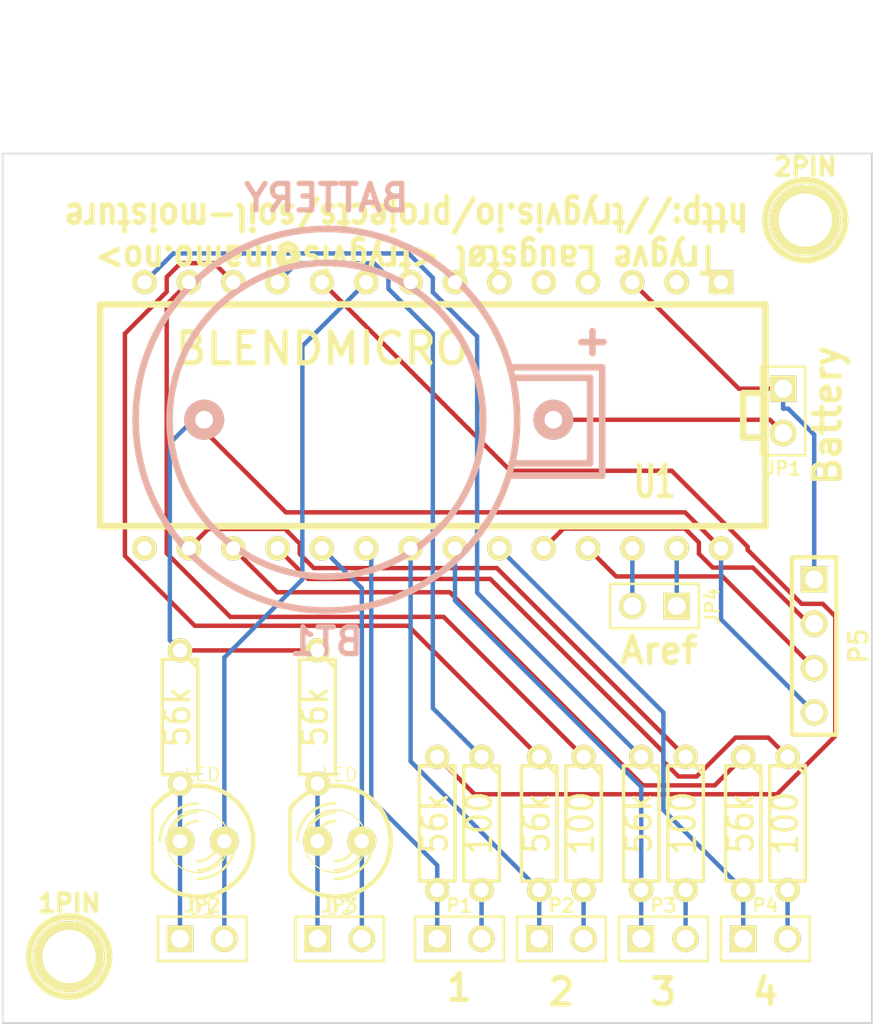
<source format=kicad_pcb>
(kicad_pcb (version 3) (host pcbnew "(22-Jun-2014 BZR 4027)-stable")

  (general
    (links 39)
    (no_connects 0)
    (area 82.901954 71.064001 148.894286 129.336001)
    (thickness 1.6)
    (drawings 12)
    (tracks 124)
    (zones 0)
    (modules 25)
    (nets 28)
  )

  (page A3)
  (layers
    (15 F.Cu signal)
    (0 B.Cu signal)
    (16 B.Adhes user)
    (17 F.Adhes user)
    (18 B.Paste user)
    (19 F.Paste user)
    (20 B.SilkS user)
    (21 F.SilkS user)
    (22 B.Mask user)
    (23 F.Mask user)
    (24 Dwgs.User user)
    (25 Cmts.User user)
    (26 Eco1.User user)
    (27 Eco2.User user)
    (28 Edge.Cuts user)
  )

  (setup
    (last_trace_width 0.254)
    (trace_clearance 0.254)
    (zone_clearance 0.508)
    (zone_45_only no)
    (trace_min 0.254)
    (segment_width 0.2)
    (edge_width 0.1)
    (via_size 0.889)
    (via_drill 0.635)
    (via_min_size 0.889)
    (via_min_drill 0.508)
    (uvia_size 0.508)
    (uvia_drill 0.127)
    (uvias_allowed no)
    (uvia_min_size 0.508)
    (uvia_min_drill 0.127)
    (pcb_text_width 0.3)
    (pcb_text_size 1.5 1.5)
    (mod_edge_width 0.15)
    (mod_text_size 1 1)
    (mod_text_width 0.15)
    (pad_size 4.064 4.064)
    (pad_drill 3.048)
    (pad_to_mask_clearance 0)
    (aux_axis_origin 97.536 129.286)
    (visible_elements FFFFFFBF)
    (pcbplotparams
      (layerselection 284196865)
      (usegerberextensions true)
      (excludeedgelayer true)
      (linewidth 0.150000)
      (plotframeref false)
      (viasonmask false)
      (mode 1)
      (useauxorigin false)
      (hpglpennumber 1)
      (hpglpenspeed 20)
      (hpglpendiameter 15)
      (hpglpenoverlay 2)
      (psnegative false)
      (psa4output false)
      (plotreference true)
      (plotvalue true)
      (plotothertext true)
      (plotinvisibletext false)
      (padsonsilk false)
      (subtractmaskfromsilk false)
      (outputformat 1)
      (mirror false)
      (drillshape 0)
      (scaleselection 1)
      (outputdirectory ""))
  )

  (net 0 "")
  (net 1 +3.3V)
  (net 2 GND)
  (net 3 N-000001)
  (net 4 N-0000010)
  (net 5 N-0000011)
  (net 6 N-0000012)
  (net 7 N-0000013)
  (net 8 N-0000014)
  (net 9 N-0000015)
  (net 10 N-0000016)
  (net 11 N-0000017)
  (net 12 N-0000019)
  (net 13 N-000002)
  (net 14 N-0000020)
  (net 15 N-0000021)
  (net 16 N-0000022)
  (net 17 N-000003)
  (net 18 N-0000030)
  (net 19 N-0000031)
  (net 20 N-0000032)
  (net 21 N-0000033)
  (net 22 N-0000034)
  (net 23 N-000004)
  (net 24 N-000005)
  (net 25 N-000006)
  (net 26 N-000007)
  (net 27 N-000008)

  (net_class Default "This is the default net class."
    (clearance 0.254)
    (trace_width 0.254)
    (via_dia 0.889)
    (via_drill 0.635)
    (uvia_dia 0.508)
    (uvia_drill 0.127)
    (add_net "")
    (add_net +3.3V)
    (add_net GND)
    (add_net N-000001)
    (add_net N-0000010)
    (add_net N-0000011)
    (add_net N-0000012)
    (add_net N-0000013)
    (add_net N-0000014)
    (add_net N-0000015)
    (add_net N-0000016)
    (add_net N-0000017)
    (add_net N-0000019)
    (add_net N-000002)
    (add_net N-0000020)
    (add_net N-0000021)
    (add_net N-0000022)
    (add_net N-000003)
    (add_net N-0000030)
    (add_net N-0000031)
    (add_net N-0000032)
    (add_net N-0000033)
    (add_net N-0000034)
    (add_net N-000004)
    (add_net N-000005)
    (add_net N-000006)
    (add_net N-000007)
    (add_net N-000008)
  )

  (module CR2032H (layer B.Cu) (tedit 54B83094) (tstamp 54B80ED4)
    (at 116.078 94.742)
    (path /54AAF32A)
    (fp_text reference BT1 (at 0 12.7) (layer B.SilkS)
      (effects (font (size 1.524 1.524) (thickness 0.3048)) (justify mirror))
    )
    (fp_text value BATTERY (at 0 -12.7) (layer B.SilkS)
      (effects (font (size 1.524 1.524) (thickness 0.3048)) (justify mirror))
    )
    (fp_line (start 10.6 2.5) (end 15.1 2.5) (layer B.SilkS) (width 0.381))
    (fp_line (start 15.1 2.5) (end 15.1 -2.4) (layer B.SilkS) (width 0.381))
    (fp_line (start 15.1 -2.4) (end 10.7 -2.4) (layer B.SilkS) (width 0.381))
    (fp_line (start 15.8 -2.9) (end 15.8 3.2) (layer B.SilkS) (width 0.381))
    (fp_line (start 15.8 3.2) (end 10.5 3.2) (layer B.SilkS) (width 0.381))
    (fp_line (start 10.5 -3) (end 15.8 -3) (layer B.SilkS) (width 0.381))
    (fp_line (start 15.24 -3.81) (end 15.24 -5.08) (layer B.SilkS) (width 0.381))
    (fp_line (start 14.605 -4.445) (end 15.875 -4.445) (layer B.SilkS) (width 0.381))
    (fp_circle (center 0 0) (end -1.27 8.89) (layer B.SilkS) (width 0.381))
    (fp_circle (center 0 0) (end 6.35 -8.89) (layer B.SilkS) (width 0.381))
    (pad 2 thru_hole circle (at -7 0) (size 2.286 2.286) (drill 1.016)
      (layers *.Cu *.Mask B.SilkS)
      (net 2 GND)
    )
    (pad 1 thru_hole circle (at 13 0) (size 2.286 2.286) (drill 1.016)
      (layers *.Cu *.Mask B.SilkS)
      (net 12 N-0000019)
    )
  )

  (module DIP-28__600 (layer F.Cu) (tedit 200000) (tstamp 54AAE8B0)
    (at 122.174 94.488 180)
    (descr "Module Dil 28 pins, pads ronds, e=600 mils")
    (tags DIL)
    (path /54AAEF36)
    (fp_text reference U1 (at -12.7 -3.81 180) (layer F.SilkS)
      (effects (font (size 1.778 1.143) (thickness 0.3048)))
    )
    (fp_text value BLENDMICRO (at 6.35 3.81 180) (layer F.SilkS)
      (effects (font (size 1.778 1.778) (thickness 0.3048)))
    )
    (fp_line (start -19.05 -1.27) (end -19.05 -1.27) (layer F.SilkS) (width 0.381))
    (fp_line (start -19.05 -1.27) (end -17.78 -1.27) (layer F.SilkS) (width 0.381))
    (fp_line (start -17.78 -1.27) (end -17.78 1.27) (layer F.SilkS) (width 0.381))
    (fp_line (start -17.78 1.27) (end -19.05 1.27) (layer F.SilkS) (width 0.381))
    (fp_line (start -19.05 -6.35) (end 19.05 -6.35) (layer F.SilkS) (width 0.381))
    (fp_line (start 19.05 -6.35) (end 19.05 6.35) (layer F.SilkS) (width 0.381))
    (fp_line (start 19.05 6.35) (end -19.05 6.35) (layer F.SilkS) (width 0.381))
    (fp_line (start -19.05 6.35) (end -19.05 -6.35) (layer F.SilkS) (width 0.381))
    (pad 1 thru_hole rect (at -16.51 7.62 180) (size 1.397 1.397) (drill 0.8128)
      (layers *.Cu *.Mask F.SilkS)
    )
    (pad 2 thru_hole circle (at -13.97 7.62 180) (size 1.397 1.397) (drill 0.8128)
      (layers *.Cu *.Mask F.SilkS)
    )
    (pad 3 thru_hole circle (at -11.43 7.62 180) (size 1.397 1.397) (drill 0.8128)
      (layers *.Cu *.Mask F.SilkS)
      (net 1 +3.3V)
    )
    (pad 4 thru_hole circle (at -8.89 7.62 180) (size 1.397 1.397) (drill 0.8128)
      (layers *.Cu *.Mask F.SilkS)
    )
    (pad 5 thru_hole circle (at -6.35 7.62 180) (size 1.397 1.397) (drill 0.8128)
      (layers *.Cu *.Mask F.SilkS)
    )
    (pad 6 thru_hole circle (at -3.81 7.62 180) (size 1.397 1.397) (drill 0.8128)
      (layers *.Cu *.Mask F.SilkS)
    )
    (pad 7 thru_hole circle (at -1.27 7.62 180) (size 1.397 1.397) (drill 0.8128)
      (layers *.Cu *.Mask F.SilkS)
    )
    (pad 8 thru_hole circle (at 1.27 7.62 180) (size 1.397 1.397) (drill 0.8128)
      (layers *.Cu *.Mask F.SilkS)
    )
    (pad 9 thru_hole circle (at 3.81 7.62 180) (size 1.397 1.397) (drill 0.8128)
      (layers *.Cu *.Mask F.SilkS)
      (net 5 N-0000011)
    )
    (pad 10 thru_hole circle (at 6.35 7.62 180) (size 1.397 1.397) (drill 0.8128)
      (layers *.Cu *.Mask F.SilkS)
      (net 17 N-000003)
    )
    (pad 11 thru_hole circle (at 8.89 7.62 180) (size 1.397 1.397) (drill 0.8128)
      (layers *.Cu *.Mask F.SilkS)
      (net 13 N-000002)
    )
    (pad 12 thru_hole circle (at 11.43 7.62 180) (size 1.397 1.397) (drill 0.8128)
      (layers *.Cu *.Mask F.SilkS)
      (net 9 N-0000015)
    )
    (pad 13 thru_hole circle (at 13.97 7.62 180) (size 1.397 1.397) (drill 0.8128)
      (layers *.Cu *.Mask F.SilkS)
      (net 3 N-000001)
    )
    (pad 14 thru_hole circle (at 16.51 7.62 180) (size 1.397 1.397) (drill 0.8128)
      (layers *.Cu *.Mask F.SilkS)
      (net 14 N-0000020)
    )
    (pad 15 thru_hole circle (at 16.51 -7.62 180) (size 1.397 1.397) (drill 0.8128)
      (layers *.Cu *.Mask F.SilkS)
    )
    (pad 16 thru_hole circle (at 13.97 -7.62 180) (size 1.397 1.397) (drill 0.8128)
      (layers *.Cu *.Mask F.SilkS)
      (net 18 N-0000030)
    )
    (pad 17 thru_hole circle (at 11.43 -7.62 180) (size 1.397 1.397) (drill 0.8128)
      (layers *.Cu *.Mask F.SilkS)
      (net 16 N-0000022)
    )
    (pad 18 thru_hole circle (at 8.89 -7.62 180) (size 1.397 1.397) (drill 0.8128)
      (layers *.Cu *.Mask F.SilkS)
      (net 23 N-000004)
    )
    (pad 19 thru_hole circle (at 6.35 -7.62 180) (size 1.397 1.397) (drill 0.8128)
      (layers *.Cu *.Mask F.SilkS)
      (net 7 N-0000013)
    )
    (pad 20 thru_hole circle (at 3.81 -7.62 180) (size 1.397 1.397) (drill 0.8128)
      (layers *.Cu *.Mask F.SilkS)
      (net 22 N-0000034)
    )
    (pad 21 thru_hole circle (at 1.27 -7.62 180) (size 1.397 1.397) (drill 0.8128)
      (layers *.Cu *.Mask F.SilkS)
      (net 10 N-0000016)
    )
    (pad 22 thru_hole circle (at -1.27 -7.62 180) (size 1.397 1.397) (drill 0.8128)
      (layers *.Cu *.Mask F.SilkS)
      (net 20 N-0000032)
    )
    (pad 23 thru_hole circle (at -3.81 -7.62 180) (size 1.397 1.397) (drill 0.8128)
      (layers *.Cu *.Mask F.SilkS)
      (net 19 N-0000031)
    )
    (pad 24 thru_hole circle (at -6.35 -7.62 180) (size 1.397 1.397) (drill 0.8128)
      (layers *.Cu *.Mask F.SilkS)
      (net 25 N-000006)
    )
    (pad 25 thru_hole circle (at -8.89 -7.62 180) (size 1.397 1.397) (drill 0.8128)
      (layers *.Cu *.Mask F.SilkS)
      (net 26 N-000007)
    )
    (pad 26 thru_hole circle (at -11.43 -7.62 180) (size 1.397 1.397) (drill 0.8128)
      (layers *.Cu *.Mask F.SilkS)
      (net 27 N-000008)
    )
    (pad 27 thru_hole circle (at -13.97 -7.62 180) (size 1.397 1.397) (drill 0.8128)
      (layers *.Cu *.Mask F.SilkS)
      (net 8 N-0000014)
    )
    (pad 28 thru_hole circle (at -16.51 -7.62 180) (size 1.397 1.397) (drill 0.8128)
      (layers *.Cu *.Mask F.SilkS)
      (net 2 GND)
    )
    (model dil/dil_28-w600.wrl
      (at (xyz 0 0 0))
      (scale (xyz 1 1 1))
      (rotate (xyz 0 0 0))
    )
  )

  (module R3 (layer F.Cu) (tedit 4E4C0E65) (tstamp 54AAEBFB)
    (at 124.968 117.856 270)
    (descr "Resitance 3 pas")
    (tags R)
    (path /54AD9097)
    (autoplace_cost180 10)
    (fp_text reference R2 (at 0 0.127 270) (layer F.SilkS) hide
      (effects (font (size 1.397 1.27) (thickness 0.2032)))
    )
    (fp_text value 100 (at 0 0.127 270) (layer F.SilkS)
      (effects (font (size 1.397 1.27) (thickness 0.2032)))
    )
    (fp_line (start -3.81 0) (end -3.302 0) (layer F.SilkS) (width 0.2032))
    (fp_line (start 3.81 0) (end 3.302 0) (layer F.SilkS) (width 0.2032))
    (fp_line (start 3.302 0) (end 3.302 -1.016) (layer F.SilkS) (width 0.2032))
    (fp_line (start 3.302 -1.016) (end -3.302 -1.016) (layer F.SilkS) (width 0.2032))
    (fp_line (start -3.302 -1.016) (end -3.302 1.016) (layer F.SilkS) (width 0.2032))
    (fp_line (start -3.302 1.016) (end 3.302 1.016) (layer F.SilkS) (width 0.2032))
    (fp_line (start 3.302 1.016) (end 3.302 0) (layer F.SilkS) (width 0.2032))
    (fp_line (start -3.302 -0.508) (end -2.794 -1.016) (layer F.SilkS) (width 0.2032))
    (pad 1 thru_hole circle (at -3.81 0 270) (size 1.397 1.397) (drill 0.8128)
      (layers *.Cu *.Mask F.SilkS)
      (net 13 N-000002)
    )
    (pad 2 thru_hole circle (at 3.81 0 270) (size 1.397 1.397) (drill 0.8128)
      (layers *.Cu *.Mask F.SilkS)
      (net 21 N-0000033)
    )
    (model discret/resistor.wrl
      (at (xyz 0 0 0))
      (scale (xyz 0.3 0.3 0.3))
      (rotate (xyz 0 0 0))
    )
  )

  (module R3 (layer F.Cu) (tedit 4E4C0E65) (tstamp 54AAEC09)
    (at 122.428 117.856 270)
    (descr "Resitance 3 pas")
    (tags R)
    (path /54AD909D)
    (autoplace_cost180 10)
    (fp_text reference R1 (at 0 0.127 270) (layer F.SilkS) hide
      (effects (font (size 1.397 1.27) (thickness 0.2032)))
    )
    (fp_text value 56k (at 0 0.127 270) (layer F.SilkS)
      (effects (font (size 1.397 1.27) (thickness 0.2032)))
    )
    (fp_line (start -3.81 0) (end -3.302 0) (layer F.SilkS) (width 0.2032))
    (fp_line (start 3.81 0) (end 3.302 0) (layer F.SilkS) (width 0.2032))
    (fp_line (start 3.302 0) (end 3.302 -1.016) (layer F.SilkS) (width 0.2032))
    (fp_line (start 3.302 -1.016) (end -3.302 -1.016) (layer F.SilkS) (width 0.2032))
    (fp_line (start -3.302 -1.016) (end -3.302 1.016) (layer F.SilkS) (width 0.2032))
    (fp_line (start -3.302 1.016) (end 3.302 1.016) (layer F.SilkS) (width 0.2032))
    (fp_line (start 3.302 1.016) (end 3.302 0) (layer F.SilkS) (width 0.2032))
    (fp_line (start -3.302 -0.508) (end -2.794 -1.016) (layer F.SilkS) (width 0.2032))
    (pad 1 thru_hole circle (at -3.81 0 270) (size 1.397 1.397) (drill 0.8128)
      (layers *.Cu *.Mask F.SilkS)
      (net 17 N-000003)
    )
    (pad 2 thru_hole circle (at 3.81 0 270) (size 1.397 1.397) (drill 0.8128)
      (layers *.Cu *.Mask F.SilkS)
      (net 22 N-0000034)
    )
    (model discret/resistor.wrl
      (at (xyz 0 0 0))
      (scale (xyz 0.3 0.3 0.3))
      (rotate (xyz 0 0 0))
    )
  )

  (module PIN_ARRAY_2X1 (layer F.Cu) (tedit 4565C520) (tstamp 54AAEC13)
    (at 123.698 124.46)
    (descr "Connecteurs 2 pins")
    (tags "CONN DEV")
    (path /54AD90A3)
    (fp_text reference P1 (at 0 -1.905) (layer F.SilkS)
      (effects (font (size 0.762 0.762) (thickness 0.1524)))
    )
    (fp_text value CONN_2 (at 0 -1.905) (layer F.SilkS) hide
      (effects (font (size 0.762 0.762) (thickness 0.1524)))
    )
    (fp_line (start -2.54 1.27) (end -2.54 -1.27) (layer F.SilkS) (width 0.1524))
    (fp_line (start -2.54 -1.27) (end 2.54 -1.27) (layer F.SilkS) (width 0.1524))
    (fp_line (start 2.54 -1.27) (end 2.54 1.27) (layer F.SilkS) (width 0.1524))
    (fp_line (start 2.54 1.27) (end -2.54 1.27) (layer F.SilkS) (width 0.1524))
    (pad 1 thru_hole rect (at -1.27 0) (size 1.524 1.524) (drill 1.016)
      (layers *.Cu *.Mask F.SilkS)
      (net 22 N-0000034)
    )
    (pad 2 thru_hole circle (at 1.27 0) (size 1.524 1.524) (drill 1.016)
      (layers *.Cu *.Mask F.SilkS)
      (net 21 N-0000033)
    )
    (model pin_array/pins_array_2x1.wrl
      (at (xyz 0 0 0))
      (scale (xyz 1 1 1))
      (rotate (xyz 0 0 0))
    )
  )

  (module R3 (layer F.Cu) (tedit 4E4C0E65) (tstamp 54AAFBA7)
    (at 130.81 117.856 270)
    (descr "Resitance 3 pas")
    (tags R)
    (path /54AAEF56)
    (autoplace_cost180 10)
    (fp_text reference R4 (at 0 0.127 270) (layer F.SilkS) hide
      (effects (font (size 1.397 1.27) (thickness 0.2032)))
    )
    (fp_text value 100 (at 0 0.127 270) (layer F.SilkS)
      (effects (font (size 1.397 1.27) (thickness 0.2032)))
    )
    (fp_line (start -3.81 0) (end -3.302 0) (layer F.SilkS) (width 0.2032))
    (fp_line (start 3.81 0) (end 3.302 0) (layer F.SilkS) (width 0.2032))
    (fp_line (start 3.302 0) (end 3.302 -1.016) (layer F.SilkS) (width 0.2032))
    (fp_line (start 3.302 -1.016) (end -3.302 -1.016) (layer F.SilkS) (width 0.2032))
    (fp_line (start -3.302 -1.016) (end -3.302 1.016) (layer F.SilkS) (width 0.2032))
    (fp_line (start -3.302 1.016) (end 3.302 1.016) (layer F.SilkS) (width 0.2032))
    (fp_line (start 3.302 1.016) (end 3.302 0) (layer F.SilkS) (width 0.2032))
    (fp_line (start -3.302 -0.508) (end -2.794 -1.016) (layer F.SilkS) (width 0.2032))
    (pad 1 thru_hole circle (at -3.81 0 270) (size 1.397 1.397) (drill 0.8128)
      (layers *.Cu *.Mask F.SilkS)
      (net 3 N-000001)
    )
    (pad 2 thru_hole circle (at 3.81 0 270) (size 1.397 1.397) (drill 0.8128)
      (layers *.Cu *.Mask F.SilkS)
      (net 11 N-0000017)
    )
    (model discret/resistor.wrl
      (at (xyz 0 0 0))
      (scale (xyz 0.3 0.3 0.3))
      (rotate (xyz 0 0 0))
    )
  )

  (module R3 (layer F.Cu) (tedit 4E4C0E65) (tstamp 54AAFBB5)
    (at 128.27 117.856 270)
    (descr "Resitance 3 pas")
    (tags R)
    (path /54AAEF65)
    (autoplace_cost180 10)
    (fp_text reference R3 (at 0 0.127 270) (layer F.SilkS) hide
      (effects (font (size 1.397 1.27) (thickness 0.2032)))
    )
    (fp_text value 56k (at 0 0.127 270) (layer F.SilkS)
      (effects (font (size 1.397 1.27) (thickness 0.2032)))
    )
    (fp_line (start -3.81 0) (end -3.302 0) (layer F.SilkS) (width 0.2032))
    (fp_line (start 3.81 0) (end 3.302 0) (layer F.SilkS) (width 0.2032))
    (fp_line (start 3.302 0) (end 3.302 -1.016) (layer F.SilkS) (width 0.2032))
    (fp_line (start 3.302 -1.016) (end -3.302 -1.016) (layer F.SilkS) (width 0.2032))
    (fp_line (start -3.302 -1.016) (end -3.302 1.016) (layer F.SilkS) (width 0.2032))
    (fp_line (start -3.302 1.016) (end 3.302 1.016) (layer F.SilkS) (width 0.2032))
    (fp_line (start 3.302 1.016) (end 3.302 0) (layer F.SilkS) (width 0.2032))
    (fp_line (start -3.302 -0.508) (end -2.794 -1.016) (layer F.SilkS) (width 0.2032))
    (pad 1 thru_hole circle (at -3.81 0 270) (size 1.397 1.397) (drill 0.8128)
      (layers *.Cu *.Mask F.SilkS)
      (net 9 N-0000015)
    )
    (pad 2 thru_hole circle (at 3.81 0 270) (size 1.397 1.397) (drill 0.8128)
      (layers *.Cu *.Mask F.SilkS)
      (net 10 N-0000016)
    )
    (model discret/resistor.wrl
      (at (xyz 0 0 0))
      (scale (xyz 0.3 0.3 0.3))
      (rotate (xyz 0 0 0))
    )
  )

  (module PIN_ARRAY_2X1 (layer F.Cu) (tedit 54B81F21) (tstamp 54AAFBBF)
    (at 142.24 94.234 270)
    (descr "Connecteurs 2 pins")
    (tags "CONN DEV")
    (path /54AAF39B)
    (fp_text reference JP1 (at 3.302 0 360) (layer F.SilkS)
      (effects (font (size 0.762 0.762) (thickness 0.1524)))
    )
    (fp_text value Battery (at 0 -1.905 270) (layer F.SilkS) hide
      (effects (font (size 0.762 0.762) (thickness 0.1524)))
    )
    (fp_line (start -2.54 1.27) (end -2.54 -1.27) (layer F.SilkS) (width 0.1524))
    (fp_line (start -2.54 -1.27) (end 2.54 -1.27) (layer F.SilkS) (width 0.1524))
    (fp_line (start 2.54 -1.27) (end 2.54 1.27) (layer F.SilkS) (width 0.1524))
    (fp_line (start 2.54 1.27) (end -2.54 1.27) (layer F.SilkS) (width 0.1524))
    (pad 1 thru_hole rect (at -1.27 0 270) (size 1.524 1.524) (drill 1.016)
      (layers *.Cu *.Mask F.SilkS)
      (net 1 +3.3V)
    )
    (pad 2 thru_hole circle (at 1.27 0 270) (size 1.524 1.524) (drill 1.016)
      (layers *.Cu *.Mask F.SilkS)
      (net 12 N-0000019)
    )
    (model pin_array/pins_array_2x1.wrl
      (at (xyz 0 0 0))
      (scale (xyz 1 1 1))
      (rotate (xyz 0 0 0))
    )
  )

  (module PIN_ARRAY_2X1 (layer F.Cu) (tedit 4565C520) (tstamp 54AAFBC9)
    (at 129.54 124.46)
    (descr "Connecteurs 2 pins")
    (tags "CONN DEV")
    (path /54AAEF8F)
    (fp_text reference P2 (at 0 -1.905) (layer F.SilkS)
      (effects (font (size 0.762 0.762) (thickness 0.1524)))
    )
    (fp_text value CONN_2 (at 0 -1.905) (layer F.SilkS) hide
      (effects (font (size 0.762 0.762) (thickness 0.1524)))
    )
    (fp_line (start -2.54 1.27) (end -2.54 -1.27) (layer F.SilkS) (width 0.1524))
    (fp_line (start -2.54 -1.27) (end 2.54 -1.27) (layer F.SilkS) (width 0.1524))
    (fp_line (start 2.54 -1.27) (end 2.54 1.27) (layer F.SilkS) (width 0.1524))
    (fp_line (start 2.54 1.27) (end -2.54 1.27) (layer F.SilkS) (width 0.1524))
    (pad 1 thru_hole rect (at -1.27 0) (size 1.524 1.524) (drill 1.016)
      (layers *.Cu *.Mask F.SilkS)
      (net 10 N-0000016)
    )
    (pad 2 thru_hole circle (at 1.27 0) (size 1.524 1.524) (drill 1.016)
      (layers *.Cu *.Mask F.SilkS)
      (net 11 N-0000017)
    )
    (model pin_array/pins_array_2x1.wrl
      (at (xyz 0 0 0))
      (scale (xyz 1 1 1))
      (rotate (xyz 0 0 0))
    )
  )

  (module 1pin (layer F.Cu) (tedit 200000) (tstamp 54ACC087)
    (at 101.346 125.476)
    (descr "module 1 pin (ou trou mecanique de percage)")
    (tags DEV)
    (path 1pin)
    (fp_text reference 1PIN (at 0 -3.048) (layer F.SilkS)
      (effects (font (size 1.016 1.016) (thickness 0.254)))
    )
    (fp_text value P*** (at 0 2.794) (layer F.SilkS) hide
      (effects (font (size 1.016 1.016) (thickness 0.254)))
    )
    (fp_circle (center 0 0) (end 0 -2.286) (layer F.SilkS) (width 0.381))
    (pad 1 thru_hole circle (at 0 0) (size 4.064 4.064) (drill 3.048)
      (layers *.Cu *.Mask F.SilkS)
    )
  )

  (module R3 (layer F.Cu) (tedit 4E4C0E65) (tstamp 54AD91A2)
    (at 139.954 117.856 270)
    (descr "Resitance 3 pas")
    (tags R)
    (path /54AD9084)
    (autoplace_cost180 10)
    (fp_text reference R8 (at 0 0.127 270) (layer F.SilkS) hide
      (effects (font (size 1.397 1.27) (thickness 0.2032)))
    )
    (fp_text value 56k (at 0 0.127 270) (layer F.SilkS)
      (effects (font (size 1.397 1.27) (thickness 0.2032)))
    )
    (fp_line (start -3.81 0) (end -3.302 0) (layer F.SilkS) (width 0.2032))
    (fp_line (start 3.81 0) (end 3.302 0) (layer F.SilkS) (width 0.2032))
    (fp_line (start 3.302 0) (end 3.302 -1.016) (layer F.SilkS) (width 0.2032))
    (fp_line (start 3.302 -1.016) (end -3.302 -1.016) (layer F.SilkS) (width 0.2032))
    (fp_line (start -3.302 -1.016) (end -3.302 1.016) (layer F.SilkS) (width 0.2032))
    (fp_line (start -3.302 1.016) (end 3.302 1.016) (layer F.SilkS) (width 0.2032))
    (fp_line (start 3.302 1.016) (end 3.302 0) (layer F.SilkS) (width 0.2032))
    (fp_line (start -3.302 -0.508) (end -2.794 -1.016) (layer F.SilkS) (width 0.2032))
    (pad 1 thru_hole circle (at -3.81 0 270) (size 1.397 1.397) (drill 0.8128)
      (layers *.Cu *.Mask F.SilkS)
      (net 16 N-0000022)
    )
    (pad 2 thru_hole circle (at 3.81 0 270) (size 1.397 1.397) (drill 0.8128)
      (layers *.Cu *.Mask F.SilkS)
      (net 19 N-0000031)
    )
    (model discret/resistor.wrl
      (at (xyz 0 0 0))
      (scale (xyz 0.3 0.3 0.3))
      (rotate (xyz 0 0 0))
    )
  )

  (module R3 (layer F.Cu) (tedit 4E4C0E65) (tstamp 54AD91B0)
    (at 107.696 111.76 270)
    (descr "Resitance 3 pas")
    (tags R)
    (path /54B80E75)
    (autoplace_cost180 10)
    (fp_text reference R7 (at 0 0.127 270) (layer F.SilkS) hide
      (effects (font (size 1.397 1.27) (thickness 0.2032)))
    )
    (fp_text value 56k (at 0 0.127 270) (layer F.SilkS)
      (effects (font (size 1.397 1.27) (thickness 0.2032)))
    )
    (fp_line (start -3.81 0) (end -3.302 0) (layer F.SilkS) (width 0.2032))
    (fp_line (start 3.81 0) (end 3.302 0) (layer F.SilkS) (width 0.2032))
    (fp_line (start 3.302 0) (end 3.302 -1.016) (layer F.SilkS) (width 0.2032))
    (fp_line (start 3.302 -1.016) (end -3.302 -1.016) (layer F.SilkS) (width 0.2032))
    (fp_line (start -3.302 -1.016) (end -3.302 1.016) (layer F.SilkS) (width 0.2032))
    (fp_line (start -3.302 1.016) (end 3.302 1.016) (layer F.SilkS) (width 0.2032))
    (fp_line (start 3.302 1.016) (end 3.302 0) (layer F.SilkS) (width 0.2032))
    (fp_line (start -3.302 -0.508) (end -2.794 -1.016) (layer F.SilkS) (width 0.2032))
    (pad 1 thru_hole circle (at -3.81 0 270) (size 1.397 1.397) (drill 0.8128)
      (layers *.Cu *.Mask F.SilkS)
      (net 2 GND)
    )
    (pad 2 thru_hole circle (at 3.81 0 270) (size 1.397 1.397) (drill 0.8128)
      (layers *.Cu *.Mask F.SilkS)
      (net 4 N-0000010)
    )
    (model discret/resistor.wrl
      (at (xyz 0 0 0))
      (scale (xyz 0.3 0.3 0.3))
      (rotate (xyz 0 0 0))
    )
  )

  (module R3 (layer F.Cu) (tedit 4E4C0E65) (tstamp 54AD91BE)
    (at 136.652 117.856 270)
    (descr "Resitance 3 pas")
    (tags R)
    (path /54AAFA5A)
    (autoplace_cost180 10)
    (fp_text reference R6 (at 0 0.127 270) (layer F.SilkS) hide
      (effects (font (size 1.397 1.27) (thickness 0.2032)))
    )
    (fp_text value 100 (at 0 0.127 270) (layer F.SilkS)
      (effects (font (size 1.397 1.27) (thickness 0.2032)))
    )
    (fp_line (start -3.81 0) (end -3.302 0) (layer F.SilkS) (width 0.2032))
    (fp_line (start 3.81 0) (end 3.302 0) (layer F.SilkS) (width 0.2032))
    (fp_line (start 3.302 0) (end 3.302 -1.016) (layer F.SilkS) (width 0.2032))
    (fp_line (start 3.302 -1.016) (end -3.302 -1.016) (layer F.SilkS) (width 0.2032))
    (fp_line (start -3.302 -1.016) (end -3.302 1.016) (layer F.SilkS) (width 0.2032))
    (fp_line (start -3.302 1.016) (end 3.302 1.016) (layer F.SilkS) (width 0.2032))
    (fp_line (start 3.302 1.016) (end 3.302 0) (layer F.SilkS) (width 0.2032))
    (fp_line (start -3.302 -0.508) (end -2.794 -1.016) (layer F.SilkS) (width 0.2032))
    (pad 1 thru_hole circle (at -3.81 0 270) (size 1.397 1.397) (drill 0.8128)
      (layers *.Cu *.Mask F.SilkS)
      (net 18 N-0000030)
    )
    (pad 2 thru_hole circle (at 3.81 0 270) (size 1.397 1.397) (drill 0.8128)
      (layers *.Cu *.Mask F.SilkS)
      (net 15 N-0000021)
    )
    (model discret/resistor.wrl
      (at (xyz 0 0 0))
      (scale (xyz 0.3 0.3 0.3))
      (rotate (xyz 0 0 0))
    )
  )

  (module R3 (layer F.Cu) (tedit 4E4C0E65) (tstamp 54AD91CC)
    (at 134.112 117.856 270)
    (descr "Resitance 3 pas")
    (tags R)
    (path /54AAFA60)
    (autoplace_cost180 10)
    (fp_text reference R5 (at 0 0.127 270) (layer F.SilkS) hide
      (effects (font (size 1.397 1.27) (thickness 0.2032)))
    )
    (fp_text value 56k (at 0 0.127 270) (layer F.SilkS)
      (effects (font (size 1.397 1.27) (thickness 0.2032)))
    )
    (fp_line (start -3.81 0) (end -3.302 0) (layer F.SilkS) (width 0.2032))
    (fp_line (start 3.81 0) (end 3.302 0) (layer F.SilkS) (width 0.2032))
    (fp_line (start 3.302 0) (end 3.302 -1.016) (layer F.SilkS) (width 0.2032))
    (fp_line (start 3.302 -1.016) (end -3.302 -1.016) (layer F.SilkS) (width 0.2032))
    (fp_line (start -3.302 -1.016) (end -3.302 1.016) (layer F.SilkS) (width 0.2032))
    (fp_line (start -3.302 1.016) (end 3.302 1.016) (layer F.SilkS) (width 0.2032))
    (fp_line (start 3.302 1.016) (end 3.302 0) (layer F.SilkS) (width 0.2032))
    (fp_line (start -3.302 -0.508) (end -2.794 -1.016) (layer F.SilkS) (width 0.2032))
    (pad 1 thru_hole circle (at -3.81 0 270) (size 1.397 1.397) (drill 0.8128)
      (layers *.Cu *.Mask F.SilkS)
      (net 14 N-0000020)
    )
    (pad 2 thru_hole circle (at 3.81 0 270) (size 1.397 1.397) (drill 0.8128)
      (layers *.Cu *.Mask F.SilkS)
      (net 20 N-0000032)
    )
    (model discret/resistor.wrl
      (at (xyz 0 0 0))
      (scale (xyz 0.3 0.3 0.3))
      (rotate (xyz 0 0 0))
    )
  )

  (module PIN_ARRAY_2X1 (layer F.Cu) (tedit 4565C520) (tstamp 54AD91D6)
    (at 141.224 124.46)
    (descr "Connecteurs 2 pins")
    (tags "CONN DEV")
    (path /54AD908A)
    (fp_text reference P4 (at 0 -1.905) (layer F.SilkS)
      (effects (font (size 0.762 0.762) (thickness 0.1524)))
    )
    (fp_text value CONN_2 (at 0 -1.905) (layer F.SilkS) hide
      (effects (font (size 0.762 0.762) (thickness 0.1524)))
    )
    (fp_line (start -2.54 1.27) (end -2.54 -1.27) (layer F.SilkS) (width 0.1524))
    (fp_line (start -2.54 -1.27) (end 2.54 -1.27) (layer F.SilkS) (width 0.1524))
    (fp_line (start 2.54 -1.27) (end 2.54 1.27) (layer F.SilkS) (width 0.1524))
    (fp_line (start 2.54 1.27) (end -2.54 1.27) (layer F.SilkS) (width 0.1524))
    (pad 1 thru_hole rect (at -1.27 0) (size 1.524 1.524) (drill 1.016)
      (layers *.Cu *.Mask F.SilkS)
      (net 19 N-0000031)
    )
    (pad 2 thru_hole circle (at 1.27 0) (size 1.524 1.524) (drill 1.016)
      (layers *.Cu *.Mask F.SilkS)
      (net 24 N-000005)
    )
    (model pin_array/pins_array_2x1.wrl
      (at (xyz 0 0 0))
      (scale (xyz 1 1 1))
      (rotate (xyz 0 0 0))
    )
  )

  (module PIN_ARRAY_2X1 (layer F.Cu) (tedit 4565C520) (tstamp 54AD91E0)
    (at 135.382 124.46)
    (descr "Connecteurs 2 pins")
    (tags "CONN DEV")
    (path /54AAFA66)
    (fp_text reference P3 (at 0 -1.905) (layer F.SilkS)
      (effects (font (size 0.762 0.762) (thickness 0.1524)))
    )
    (fp_text value CONN_2 (at 0 -1.905) (layer F.SilkS) hide
      (effects (font (size 0.762 0.762) (thickness 0.1524)))
    )
    (fp_line (start -2.54 1.27) (end -2.54 -1.27) (layer F.SilkS) (width 0.1524))
    (fp_line (start -2.54 -1.27) (end 2.54 -1.27) (layer F.SilkS) (width 0.1524))
    (fp_line (start 2.54 -1.27) (end 2.54 1.27) (layer F.SilkS) (width 0.1524))
    (fp_line (start 2.54 1.27) (end -2.54 1.27) (layer F.SilkS) (width 0.1524))
    (pad 1 thru_hole rect (at -1.27 0) (size 1.524 1.524) (drill 1.016)
      (layers *.Cu *.Mask F.SilkS)
      (net 20 N-0000032)
    )
    (pad 2 thru_hole circle (at 1.27 0) (size 1.524 1.524) (drill 1.016)
      (layers *.Cu *.Mask F.SilkS)
      (net 15 N-0000021)
    )
    (model pin_array/pins_array_2x1.wrl
      (at (xyz 0 0 0))
      (scale (xyz 1 1 1))
      (rotate (xyz 0 0 0))
    )
  )

  (module R3 (layer F.Cu) (tedit 4E4C0E65) (tstamp 54B80E95)
    (at 115.57 111.76 270)
    (descr "Resitance 3 pas")
    (tags R)
    (path /54B80F3D)
    (autoplace_cost180 10)
    (fp_text reference R9 (at 0 0.127 270) (layer F.SilkS) hide
      (effects (font (size 1.397 1.27) (thickness 0.2032)))
    )
    (fp_text value 56k (at 0 0.127 270) (layer F.SilkS)
      (effects (font (size 1.397 1.27) (thickness 0.2032)))
    )
    (fp_line (start -3.81 0) (end -3.302 0) (layer F.SilkS) (width 0.2032))
    (fp_line (start 3.81 0) (end 3.302 0) (layer F.SilkS) (width 0.2032))
    (fp_line (start 3.302 0) (end 3.302 -1.016) (layer F.SilkS) (width 0.2032))
    (fp_line (start 3.302 -1.016) (end -3.302 -1.016) (layer F.SilkS) (width 0.2032))
    (fp_line (start -3.302 -1.016) (end -3.302 1.016) (layer F.SilkS) (width 0.2032))
    (fp_line (start -3.302 1.016) (end 3.302 1.016) (layer F.SilkS) (width 0.2032))
    (fp_line (start 3.302 1.016) (end 3.302 0) (layer F.SilkS) (width 0.2032))
    (fp_line (start -3.302 -0.508) (end -2.794 -1.016) (layer F.SilkS) (width 0.2032))
    (pad 1 thru_hole circle (at -3.81 0 270) (size 1.397 1.397) (drill 0.8128)
      (layers *.Cu *.Mask F.SilkS)
      (net 2 GND)
    )
    (pad 2 thru_hole circle (at 3.81 0 270) (size 1.397 1.397) (drill 0.8128)
      (layers *.Cu *.Mask F.SilkS)
      (net 6 N-0000012)
    )
    (model discret/resistor.wrl
      (at (xyz 0 0 0))
      (scale (xyz 0.3 0.3 0.3))
      (rotate (xyz 0 0 0))
    )
  )

  (module R3 (layer F.Cu) (tedit 4E4C0E65) (tstamp 54B80EA3)
    (at 142.494 117.856 270)
    (descr "Resitance 3 pas")
    (tags R)
    (path /54ADA407)
    (autoplace_cost180 10)
    (fp_text reference R10 (at 0 0.127 270) (layer F.SilkS) hide
      (effects (font (size 1.397 1.27) (thickness 0.2032)))
    )
    (fp_text value 100 (at 0 0.127 270) (layer F.SilkS)
      (effects (font (size 1.397 1.27) (thickness 0.2032)))
    )
    (fp_line (start -3.81 0) (end -3.302 0) (layer F.SilkS) (width 0.2032))
    (fp_line (start 3.81 0) (end 3.302 0) (layer F.SilkS) (width 0.2032))
    (fp_line (start 3.302 0) (end 3.302 -1.016) (layer F.SilkS) (width 0.2032))
    (fp_line (start 3.302 -1.016) (end -3.302 -1.016) (layer F.SilkS) (width 0.2032))
    (fp_line (start -3.302 -1.016) (end -3.302 1.016) (layer F.SilkS) (width 0.2032))
    (fp_line (start -3.302 1.016) (end 3.302 1.016) (layer F.SilkS) (width 0.2032))
    (fp_line (start 3.302 1.016) (end 3.302 0) (layer F.SilkS) (width 0.2032))
    (fp_line (start -3.302 -0.508) (end -2.794 -1.016) (layer F.SilkS) (width 0.2032))
    (pad 1 thru_hole circle (at -3.81 0 270) (size 1.397 1.397) (drill 0.8128)
      (layers *.Cu *.Mask F.SilkS)
      (net 23 N-000004)
    )
    (pad 2 thru_hole circle (at 3.81 0 270) (size 1.397 1.397) (drill 0.8128)
      (layers *.Cu *.Mask F.SilkS)
      (net 24 N-000005)
    )
    (model discret/resistor.wrl
      (at (xyz 0 0 0))
      (scale (xyz 0.3 0.3 0.3))
      (rotate (xyz 0 0 0))
    )
  )

  (module LED-5MM (layer F.Cu) (tedit 50ADE86B) (tstamp 54B80EB2)
    (at 108.966 118.872 180)
    (descr "LED 5mm - Lead pitch 100mil (2,54mm)")
    (tags "LED led 5mm 5MM 100mil 2,54mm")
    (path /54B80D76)
    (fp_text reference D1 (at 0 -3.81 180) (layer F.SilkS)
      (effects (font (size 0.762 0.762) (thickness 0.0889)))
    )
    (fp_text value LED (at 0 3.81 180) (layer F.SilkS)
      (effects (font (size 0.762 0.762) (thickness 0.0889)))
    )
    (fp_line (start 2.8448 1.905) (end 2.8448 -1.905) (layer F.SilkS) (width 0.2032))
    (fp_circle (center 0.254 0) (end -1.016 1.27) (layer F.SilkS) (width 0.0762))
    (fp_arc (start 0.254 0) (end 2.794 1.905) (angle 286.2) (layer F.SilkS) (width 0.254))
    (fp_arc (start 0.254 0) (end -0.889 0) (angle 90) (layer F.SilkS) (width 0.1524))
    (fp_arc (start 0.254 0) (end 1.397 0) (angle 90) (layer F.SilkS) (width 0.1524))
    (fp_arc (start 0.254 0) (end -1.397 0) (angle 90) (layer F.SilkS) (width 0.1524))
    (fp_arc (start 0.254 0) (end 1.905 0) (angle 90) (layer F.SilkS) (width 0.1524))
    (fp_arc (start 0.254 0) (end -1.905 0) (angle 90) (layer F.SilkS) (width 0.1524))
    (fp_arc (start 0.254 0) (end 2.413 0) (angle 90) (layer F.SilkS) (width 0.1524))
    (pad 1 thru_hole circle (at -1.27 0 180) (size 1.6764 1.6764) (drill 0.8128)
      (layers *.Cu *.Mask F.SilkS)
      (net 5 N-0000011)
    )
    (pad 2 thru_hole circle (at 1.27 0 180) (size 1.6764 1.6764) (drill 0.8128)
      (layers *.Cu *.Mask F.SilkS)
      (net 4 N-0000010)
    )
    (model discret/leds/led5_vertical_verde.wrl
      (at (xyz 0 0 0))
      (scale (xyz 1 1 1))
      (rotate (xyz 0 0 0))
    )
  )

  (module LED-5MM (layer F.Cu) (tedit 50ADE86B) (tstamp 54B80EC1)
    (at 116.84 118.872 180)
    (descr "LED 5mm - Lead pitch 100mil (2,54mm)")
    (tags "LED led 5mm 5MM 100mil 2,54mm")
    (path /54B80D8E)
    (fp_text reference D2 (at 0 -3.81 180) (layer F.SilkS)
      (effects (font (size 0.762 0.762) (thickness 0.0889)))
    )
    (fp_text value LED (at 0 3.81 180) (layer F.SilkS)
      (effects (font (size 0.762 0.762) (thickness 0.0889)))
    )
    (fp_line (start 2.8448 1.905) (end 2.8448 -1.905) (layer F.SilkS) (width 0.2032))
    (fp_circle (center 0.254 0) (end -1.016 1.27) (layer F.SilkS) (width 0.0762))
    (fp_arc (start 0.254 0) (end 2.794 1.905) (angle 286.2) (layer F.SilkS) (width 0.254))
    (fp_arc (start 0.254 0) (end -0.889 0) (angle 90) (layer F.SilkS) (width 0.1524))
    (fp_arc (start 0.254 0) (end 1.397 0) (angle 90) (layer F.SilkS) (width 0.1524))
    (fp_arc (start 0.254 0) (end -1.397 0) (angle 90) (layer F.SilkS) (width 0.1524))
    (fp_arc (start 0.254 0) (end 1.905 0) (angle 90) (layer F.SilkS) (width 0.1524))
    (fp_arc (start 0.254 0) (end -1.905 0) (angle 90) (layer F.SilkS) (width 0.1524))
    (fp_arc (start 0.254 0) (end 2.413 0) (angle 90) (layer F.SilkS) (width 0.1524))
    (pad 1 thru_hole circle (at -1.27 0 180) (size 1.6764 1.6764) (drill 0.8128)
      (layers *.Cu *.Mask F.SilkS)
      (net 7 N-0000013)
    )
    (pad 2 thru_hole circle (at 1.27 0 180) (size 1.6764 1.6764) (drill 0.8128)
      (layers *.Cu *.Mask F.SilkS)
      (net 6 N-0000012)
    )
    (model discret/leds/led5_vertical_verde.wrl
      (at (xyz 0 0 0))
      (scale (xyz 1 1 1))
      (rotate (xyz 0 0 0))
    )
  )

  (module PIN_ARRAY_2X1 (layer F.Cu) (tedit 4565C520) (tstamp 54B811BE)
    (at 108.966 124.46)
    (descr "Connecteurs 2 pins")
    (tags "CONN DEV")
    (path /54B81152)
    (fp_text reference JP2 (at 0 -1.905) (layer F.SilkS)
      (effects (font (size 0.762 0.762) (thickness 0.1524)))
    )
    (fp_text value LED1 (at 0 -1.905) (layer F.SilkS) hide
      (effects (font (size 0.762 0.762) (thickness 0.1524)))
    )
    (fp_line (start -2.54 1.27) (end -2.54 -1.27) (layer F.SilkS) (width 0.1524))
    (fp_line (start -2.54 -1.27) (end 2.54 -1.27) (layer F.SilkS) (width 0.1524))
    (fp_line (start 2.54 -1.27) (end 2.54 1.27) (layer F.SilkS) (width 0.1524))
    (fp_line (start 2.54 1.27) (end -2.54 1.27) (layer F.SilkS) (width 0.1524))
    (pad 1 thru_hole rect (at -1.27 0) (size 1.524 1.524) (drill 1.016)
      (layers *.Cu *.Mask F.SilkS)
      (net 4 N-0000010)
    )
    (pad 2 thru_hole circle (at 1.27 0) (size 1.524 1.524) (drill 1.016)
      (layers *.Cu *.Mask F.SilkS)
      (net 5 N-0000011)
    )
    (model pin_array/pins_array_2x1.wrl
      (at (xyz 0 0 0))
      (scale (xyz 1 1 1))
      (rotate (xyz 0 0 0))
    )
  )

  (module PIN_ARRAY_2X1 (layer F.Cu) (tedit 4565C520) (tstamp 54B811C8)
    (at 116.84 124.46)
    (descr "Connecteurs 2 pins")
    (tags "CONN DEV")
    (path /54B81169)
    (fp_text reference JP3 (at 0 -1.905) (layer F.SilkS)
      (effects (font (size 0.762 0.762) (thickness 0.1524)))
    )
    (fp_text value LED2 (at 0 -1.905) (layer F.SilkS) hide
      (effects (font (size 0.762 0.762) (thickness 0.1524)))
    )
    (fp_line (start -2.54 1.27) (end -2.54 -1.27) (layer F.SilkS) (width 0.1524))
    (fp_line (start -2.54 -1.27) (end 2.54 -1.27) (layer F.SilkS) (width 0.1524))
    (fp_line (start 2.54 -1.27) (end 2.54 1.27) (layer F.SilkS) (width 0.1524))
    (fp_line (start 2.54 1.27) (end -2.54 1.27) (layer F.SilkS) (width 0.1524))
    (pad 1 thru_hole rect (at -1.27 0) (size 1.524 1.524) (drill 1.016)
      (layers *.Cu *.Mask F.SilkS)
      (net 6 N-0000012)
    )
    (pad 2 thru_hole circle (at 1.27 0) (size 1.524 1.524) (drill 1.016)
      (layers *.Cu *.Mask F.SilkS)
      (net 7 N-0000013)
    )
    (model pin_array/pins_array_2x1.wrl
      (at (xyz 0 0 0))
      (scale (xyz 1 1 1))
      (rotate (xyz 0 0 0))
    )
  )

  (module 1pin (layer F.Cu) (tedit 54B81A0C) (tstamp 54BA60E7)
    (at 143.51 83.312)
    (descr "module 1 pin (ou trou mecanique de percage)")
    (tags DEV)
    (path 1pin)
    (fp_text reference 2PIN (at 0 -3.048) (layer F.SilkS)
      (effects (font (size 1.016 1.016) (thickness 0.254)))
    )
    (fp_text value P*** (at 0 2.794) (layer F.SilkS) hide
      (effects (font (size 1.016 1.016) (thickness 0.254)))
    )
    (fp_circle (center 0 0) (end 0 -2.286) (layer F.SilkS) (width 0.381))
    (pad 1 thru_hole circle (at 0 0) (size 4.064 4.064) (drill 3.048)
      (layers *.Cu *.Mask F.SilkS)
    )
  )

  (module PIN_ARRAY_4x1 (layer F.Cu) (tedit 4C10F42E) (tstamp 54BA610A)
    (at 144.018 107.696 270)
    (descr "Double rangee de contacts 2 x 5 pins")
    (tags CONN)
    (path /54B81E71)
    (fp_text reference P5 (at 0 -2.54 270) (layer F.SilkS)
      (effects (font (size 1.016 1.016) (thickness 0.2032)))
    )
    (fp_text value CONN_4 (at 0 2.54 270) (layer F.SilkS) hide
      (effects (font (size 1.016 1.016) (thickness 0.2032)))
    )
    (fp_line (start 5.08 1.27) (end -5.08 1.27) (layer F.SilkS) (width 0.254))
    (fp_line (start 5.08 -1.27) (end -5.08 -1.27) (layer F.SilkS) (width 0.254))
    (fp_line (start -5.08 -1.27) (end -5.08 1.27) (layer F.SilkS) (width 0.254))
    (fp_line (start 5.08 1.27) (end 5.08 -1.27) (layer F.SilkS) (width 0.254))
    (pad 1 thru_hole rect (at -3.81 0 270) (size 1.524 1.524) (drill 1.016)
      (layers *.Cu *.Mask F.SilkS)
      (net 1 +3.3V)
    )
    (pad 2 thru_hole circle (at -1.27 0 270) (size 1.524 1.524) (drill 1.016)
      (layers *.Cu *.Mask F.SilkS)
      (net 25 N-000006)
    )
    (pad 3 thru_hole circle (at 1.27 0 270) (size 1.524 1.524) (drill 1.016)
      (layers *.Cu *.Mask F.SilkS)
      (net 26 N-000007)
    )
    (pad 4 thru_hole circle (at 3.81 0 270) (size 1.524 1.524) (drill 1.016)
      (layers *.Cu *.Mask F.SilkS)
      (net 2 GND)
    )
    (model pin_array\pins_array_4x1.wrl
      (at (xyz 0 0 0))
      (scale (xyz 1 1 1))
      (rotate (xyz 0 0 0))
    )
  )

  (module PIN_ARRAY_2X1 (layer F.Cu) (tedit 54B81EF0) (tstamp 54BA6114)
    (at 134.874 105.41 180)
    (descr "Connecteurs 2 pins")
    (tags "CONN DEV")
    (path /54B81AD2)
    (fp_text reference JP4 (at -3.302 0 270) (layer F.SilkS)
      (effects (font (size 0.762 0.762) (thickness 0.1524)))
    )
    (fp_text value Aref (at 0 -1.905 180) (layer F.SilkS) hide
      (effects (font (size 0.762 0.762) (thickness 0.1524)))
    )
    (fp_line (start -2.54 1.27) (end -2.54 -1.27) (layer F.SilkS) (width 0.1524))
    (fp_line (start -2.54 -1.27) (end 2.54 -1.27) (layer F.SilkS) (width 0.1524))
    (fp_line (start 2.54 -1.27) (end 2.54 1.27) (layer F.SilkS) (width 0.1524))
    (fp_line (start 2.54 1.27) (end -2.54 1.27) (layer F.SilkS) (width 0.1524))
    (pad 1 thru_hole rect (at -1.27 0 180) (size 1.524 1.524) (drill 1.016)
      (layers *.Cu *.Mask F.SilkS)
      (net 8 N-0000014)
    )
    (pad 2 thru_hole circle (at 1.27 0 180) (size 1.524 1.524) (drill 1.016)
      (layers *.Cu *.Mask F.SilkS)
      (net 27 N-000008)
    )
    (model pin_array/pins_array_2x1.wrl
      (at (xyz 0 0 0))
      (scale (xyz 1 1 1))
      (rotate (xyz 0 0 0))
    )
  )

  (gr_text "Trygve Laugstøl <trygvis@inamo.no>\nhttp://trygvis.io/projects/soil-moisture\n" (at 120.65 84.328 180) (layer F.SilkS)
    (effects (font (size 1.5 1.27) (thickness 0.3)))
  )
  (gr_text Battery (at 144.78 94.488 90) (layer F.SilkS)
    (effects (font (size 1.5 1.5) (thickness 0.3)))
  )
  (gr_text Aref (at 135.128 107.95) (layer F.SilkS)
    (effects (font (size 1.5 1.5) (thickness 0.3)))
  )
  (gr_text 4 (at 141.224 127.508) (layer F.SilkS)
    (effects (font (size 1.5 1.5) (thickness 0.3)))
  )
  (gr_text 3 (at 135.382 127.508) (layer F.SilkS)
    (effects (font (size 1.5 1.5) (thickness 0.3)))
  )
  (gr_text 2 (at 129.54 127.508) (layer F.SilkS)
    (effects (font (size 1.5 1.5) (thickness 0.3)))
  )
  (gr_text 1 (at 123.698 127.254) (layer F.SilkS)
    (effects (font (size 1.5 1.5) (thickness 0.3)))
  )
  (gr_line (start 97.536 129.286) (end 147.32 129.286) (angle 90) (layer Edge.Cuts) (width 0.1))
  (gr_line (start 147.32 79.502) (end 97.536 79.502) (angle 90) (layer Edge.Cuts) (width 0.1))
  (dimension 49.784 (width 0.3) (layer Dwgs.User)
    (gr_text "49.784 mm" (at 122.428 72.564001) (layer Dwgs.User)
      (effects (font (size 1.5 1.5) (thickness 0.3)))
    )
    (feature1 (pts (xy 147.32 79.502) (xy 147.32 71.214001)))
    (feature2 (pts (xy 97.536 79.502) (xy 97.536 71.214001)))
    (crossbar (pts (xy 97.536 73.914001) (xy 147.32 73.914001)))
    (arrow1a (pts (xy 147.32 73.914001) (xy 146.193497 74.500421)))
    (arrow1b (pts (xy 147.32 73.914001) (xy 146.193497 73.327581)))
    (arrow2a (pts (xy 97.536 73.914001) (xy 98.662503 74.500421)))
    (arrow2b (pts (xy 97.536 73.914001) (xy 98.662503 73.327581)))
  )
  (gr_line (start 147.32 79.502) (end 147.32 129.286) (angle 90) (layer Edge.Cuts) (width 0.1))
  (gr_line (start 97.536 129.286) (end 97.536 79.502) (angle 90) (layer Edge.Cuts) (width 0.1))

  (segment (start 142.5258 94.1073) (end 142.24 94.1073) (width 0.254) (layer B.Cu) (net 1))
  (segment (start 144.018 95.5995) (end 142.5258 94.1073) (width 0.254) (layer B.Cu) (net 1))
  (segment (start 144.018 103.886) (end 144.018 95.5995) (width 0.254) (layer B.Cu) (net 1))
  (segment (start 142.24 92.964) (end 142.24 94.1073) (width 0.254) (layer B.Cu) (net 1))
  (segment (start 139.7 92.964) (end 133.604 86.868) (width 0.254) (layer F.Cu) (net 1))
  (segment (start 142.24 92.964) (end 139.7 92.964) (width 0.254) (layer F.Cu) (net 1))
  (segment (start 107.112 107.366) (end 107.696 107.95) (width 0.254) (layer B.Cu) (net 2))
  (segment (start 107.112 96.0875) (end 107.112 107.366) (width 0.254) (layer B.Cu) (net 2))
  (segment (start 108.458 94.742) (end 107.112 96.0875) (width 0.254) (layer B.Cu) (net 2))
  (segment (start 136.621 100.045) (end 138.684 102.108) (width 0.254) (layer F.Cu) (net 2))
  (segment (start 113.761 100.045) (end 136.621 100.045) (width 0.254) (layer F.Cu) (net 2))
  (segment (start 108.458 94.742) (end 113.761 100.045) (width 0.254) (layer F.Cu) (net 2))
  (segment (start 107.696 107.95) (end 115.57 107.95) (width 0.254) (layer F.Cu) (net 2))
  (segment (start 138.684 106.172) (end 144.018 111.506) (width 0.254) (layer B.Cu) (net 2))
  (segment (start 138.684 102.108) (end 138.684 106.172) (width 0.254) (layer B.Cu) (net 2))
  (segment (start 122.7936 106.0296) (end 130.81 114.046) (width 0.254) (layer F.Cu) (net 3))
  (segment (start 110.5759 106.0296) (end 122.7936 106.0296) (width 0.254) (layer F.Cu) (net 3))
  (segment (start 106.9336 102.3873) (end 110.5759 106.0296) (width 0.254) (layer F.Cu) (net 3))
  (segment (start 106.9336 88.1384) (end 106.9336 102.3873) (width 0.254) (layer F.Cu) (net 3))
  (segment (start 108.204 86.868) (end 106.9336 88.1384) (width 0.254) (layer F.Cu) (net 3))
  (segment (start 107.696 118.872) (end 107.696 124.46) (width 0.254) (layer B.Cu) (net 4))
  (segment (start 107.696 115.57) (end 107.696 118.872) (width 0.254) (layer B.Cu) (net 4))
  (segment (start 110.236 124.46) (end 110.236 118.872) (width 0.254) (layer B.Cu) (net 5))
  (segment (start 114.7024 90.5296) (end 118.364 86.868) (width 0.254) (layer B.Cu) (net 5))
  (segment (start 114.7024 103.8901) (end 114.7024 90.5296) (width 0.254) (layer B.Cu) (net 5))
  (segment (start 110.236 108.3565) (end 114.7024 103.8901) (width 0.254) (layer B.Cu) (net 5))
  (segment (start 110.236 118.872) (end 110.236 108.3565) (width 0.254) (layer B.Cu) (net 5))
  (segment (start 115.57 124.46) (end 115.57 118.872) (width 0.254) (layer B.Cu) (net 6))
  (segment (start 115.57 118.872) (end 115.57 115.57) (width 0.254) (layer B.Cu) (net 6))
  (segment (start 118.11 124.46) (end 118.11 118.872) (width 0.254) (layer B.Cu) (net 7))
  (segment (start 118.11 104.394) (end 115.824 102.108) (width 0.254) (layer B.Cu) (net 7))
  (segment (start 118.11 118.872) (end 118.11 104.394) (width 0.254) (layer B.Cu) (net 7))
  (segment (start 136.144 105.41) (end 136.144 102.108) (width 0.254) (layer B.Cu) (net 8))
  (segment (start 109.655 85.7787) (end 110.744 86.868) (width 0.254) (layer F.Cu) (net 9))
  (segment (start 107.728 85.7787) (end 109.655 85.7787) (width 0.254) (layer F.Cu) (net 9))
  (segment (start 106.934 86.5723) (end 107.728 85.7787) (width 0.254) (layer F.Cu) (net 9))
  (segment (start 106.934 87.4189) (end 106.934 86.5723) (width 0.254) (layer F.Cu) (net 9))
  (segment (start 104.54 89.813) (end 106.934 87.4189) (width 0.254) (layer F.Cu) (net 9))
  (segment (start 104.54 102.537) (end 104.54 89.813) (width 0.254) (layer F.Cu) (net 9))
  (segment (start 108.542 106.538) (end 104.54 102.537) (width 0.254) (layer F.Cu) (net 9))
  (segment (start 118.476 106.538) (end 108.542 106.538) (width 0.254) (layer F.Cu) (net 9))
  (segment (start 120.762 106.538) (end 128.27 114.046) (width 0.254) (layer F.Cu) (net 9))
  (segment (start 118.476 106.538) (end 120.762 106.538) (width 0.254) (layer F.Cu) (net 9))
  (segment (start 128.27 124.46) (end 128.27 121.666) (width 0.254) (layer B.Cu) (net 10))
  (segment (start 120.904 114.3) (end 120.904 102.108) (width 0.254) (layer B.Cu) (net 10))
  (segment (start 128.27 121.666) (end 120.904 114.3) (width 0.254) (layer B.Cu) (net 10))
  (segment (start 130.81 124.46) (end 130.81 121.666) (width 0.254) (layer B.Cu) (net 11))
  (segment (start 129.078 94.742) (end 131.318 94.742) (width 0.254) (layer F.Cu) (net 12) (status 400000))
  (segment (start 131.318 94.742) (end 141.478 94.742) (width 0.254) (layer F.Cu) (net 12))
  (segment (start 141.478 94.742) (end 142.24 95.504) (width 0.254) (layer F.Cu) (net 12))
  (segment (start 114.3687 85.7833) (end 113.284 86.868) (width 0.254) (layer B.Cu) (net 13))
  (segment (start 118.8178 85.7833) (end 114.3687 85.7833) (width 0.254) (layer B.Cu) (net 13))
  (segment (start 119.634 86.5995) (end 118.8178 85.7833) (width 0.254) (layer B.Cu) (net 13))
  (segment (start 119.634 87.2492) (end 119.634 86.5995) (width 0.254) (layer B.Cu) (net 13))
  (segment (start 122.174 89.7892) (end 119.634 87.2492) (width 0.254) (layer B.Cu) (net 13))
  (segment (start 122.174 111.252) (end 122.174 89.7892) (width 0.254) (layer B.Cu) (net 13))
  (segment (start 124.968 114.046) (end 122.174 111.252) (width 0.254) (layer B.Cu) (net 13))
  (segment (start 107.3115 85.2205) (end 105.664 86.868) (width 0.254) (layer B.Cu) (net 14))
  (segment (start 120.7836 85.2205) (end 107.3115 85.2205) (width 0.254) (layer B.Cu) (net 14))
  (segment (start 122.1738 86.6107) (end 120.7836 85.2205) (width 0.254) (layer B.Cu) (net 14))
  (segment (start 122.1738 87.4393) (end 122.1738 86.6107) (width 0.254) (layer B.Cu) (net 14))
  (segment (start 124.714 89.9795) (end 122.1738 87.4393) (width 0.254) (layer B.Cu) (net 14))
  (segment (start 124.714 104.648) (end 124.714 89.9795) (width 0.254) (layer B.Cu) (net 14))
  (segment (start 134.112 114.046) (end 124.714 104.648) (width 0.254) (layer B.Cu) (net 14))
  (segment (start 136.652 124.46) (end 136.652 121.666) (width 0.254) (layer B.Cu) (net 15))
  (segment (start 138.323 115.677) (end 139.954 114.046) (width 0.254) (layer F.Cu) (net 16))
  (segment (start 134.2057 115.677) (end 138.323 115.677) (width 0.254) (layer F.Cu) (net 16))
  (segment (start 123.1496 104.6209) (end 134.2057 115.677) (width 0.254) (layer F.Cu) (net 16))
  (segment (start 113.2569 104.6209) (end 123.1496 104.6209) (width 0.254) (layer F.Cu) (net 16))
  (segment (start 110.744 102.108) (end 113.2569 104.6209) (width 0.254) (layer F.Cu) (net 16))
  (segment (start 126.6208 97.6648) (end 115.824 86.868) (width 0.254) (layer F.Cu) (net 17))
  (segment (start 135.8555 97.6648) (end 126.6208 97.6648) (width 0.254) (layer F.Cu) (net 17))
  (segment (start 140.2074 102.0167) (end 135.8555 97.6648) (width 0.254) (layer F.Cu) (net 17))
  (segment (start 140.2074 102.1942) (end 140.2074 102.0167) (width 0.254) (layer F.Cu) (net 17))
  (segment (start 143.2959 105.2827) (end 140.2074 102.1942) (width 0.254) (layer F.Cu) (net 17))
  (segment (start 144.509 105.2827) (end 143.2959 105.2827) (width 0.254) (layer F.Cu) (net 17))
  (segment (start 145.2265 106.0002) (end 144.509 105.2827) (width 0.254) (layer F.Cu) (net 17))
  (segment (start 145.2265 112.8475) (end 145.2265 106.0002) (width 0.254) (layer F.Cu) (net 17))
  (segment (start 141.8887 116.1853) (end 145.2265 112.8475) (width 0.254) (layer F.Cu) (net 17))
  (segment (start 124.5673 116.1853) (end 141.8887 116.1853) (width 0.254) (layer F.Cu) (net 17))
  (segment (start 122.428 114.046) (end 124.5673 116.1853) (width 0.254) (layer F.Cu) (net 17))
  (segment (start 136.652 114.046) (end 125.842 103.236) (width 0.254) (layer F.Cu) (net 18))
  (segment (start 115.3606 103.236) (end 125.842 103.236) (width 0.254) (layer F.Cu) (net 18))
  (segment (start 114.554 102.4294) (end 115.3606 103.236) (width 0.254) (layer F.Cu) (net 18))
  (segment (start 114.554 101.8394) (end 114.554 102.4294) (width 0.254) (layer F.Cu) (net 18))
  (segment (start 113.7117 100.9971) (end 114.554 101.8394) (width 0.254) (layer F.Cu) (net 18))
  (segment (start 109.3149 100.9971) (end 113.7117 100.9971) (width 0.254) (layer F.Cu) (net 18))
  (segment (start 108.204 102.108) (end 109.3149 100.9971) (width 0.254) (layer F.Cu) (net 18))
  (segment (start 139.954 124.46) (end 139.954 121.666) (width 0.254) (layer B.Cu) (net 19))
  (segment (start 135.382 111.506) (end 125.984 102.108) (width 0.254) (layer B.Cu) (net 19))
  (segment (start 135.382 117.094) (end 135.382 111.506) (width 0.254) (layer B.Cu) (net 19))
  (segment (start 139.954 121.666) (end 135.382 117.094) (width 0.254) (layer B.Cu) (net 19))
  (segment (start 134.112 124.46) (end 134.112 121.666) (width 0.254) (layer B.Cu) (net 20))
  (segment (start 123.444 105.0947) (end 123.444 102.108) (width 0.254) (layer B.Cu) (net 20))
  (segment (start 134.112 115.7627) (end 123.444 105.0947) (width 0.254) (layer B.Cu) (net 20))
  (segment (start 134.112 121.666) (end 134.112 115.7627) (width 0.254) (layer B.Cu) (net 20))
  (segment (start 124.968 124.46) (end 124.968 121.666) (width 0.254) (layer B.Cu) (net 21))
  (segment (start 122.428 124.46) (end 122.428 121.666) (width 0.254) (layer B.Cu) (net 22))
  (segment (start 118.6499 102.3939) (end 118.364 102.108) (width 0.254) (layer B.Cu) (net 22))
  (segment (start 118.6499 116.4782) (end 118.6499 102.3939) (width 0.254) (layer B.Cu) (net 22))
  (segment (start 122.428 120.2563) (end 118.6499 116.4782) (width 0.254) (layer B.Cu) (net 22))
  (segment (start 122.428 121.666) (end 122.428 120.2563) (width 0.254) (layer B.Cu) (net 22))
  (segment (start 115.0346 103.8586) (end 113.284 102.108) (width 0.254) (layer F.Cu) (net 23))
  (segment (start 125.4666 103.8586) (end 115.0346 103.8586) (width 0.254) (layer F.Cu) (net 23))
  (segment (start 135.382 113.774) (end 125.4666 103.8586) (width 0.254) (layer F.Cu) (net 23))
  (segment (start 135.382 114.3065) (end 135.382 113.774) (width 0.254) (layer F.Cu) (net 23))
  (segment (start 136.2442 115.1687) (end 135.382 114.3065) (width 0.254) (layer F.Cu) (net 23))
  (segment (start 137.2876 115.1687) (end 136.2442 115.1687) (width 0.254) (layer F.Cu) (net 23))
  (segment (start 139.5141 112.9422) (end 137.2876 115.1687) (width 0.254) (layer F.Cu) (net 23))
  (segment (start 141.3902 112.9422) (end 139.5141 112.9422) (width 0.254) (layer F.Cu) (net 23))
  (segment (start 142.494 114.046) (end 141.3902 112.9422) (width 0.254) (layer F.Cu) (net 23))
  (segment (start 142.494 124.46) (end 142.494 121.666) (width 0.254) (layer B.Cu) (net 24))
  (segment (start 143.7202 106.426) (end 144.018 106.426) (width 0.254) (layer F.Cu) (net 25))
  (segment (start 140.4999 103.2057) (end 143.7202 106.426) (width 0.254) (layer F.Cu) (net 25))
  (segment (start 138.207 103.2057) (end 140.4999 103.2057) (width 0.254) (layer F.Cu) (net 25))
  (segment (start 137.414 102.4127) (end 138.207 103.2057) (width 0.254) (layer F.Cu) (net 25))
  (segment (start 137.414 101.7709) (end 137.414 102.4127) (width 0.254) (layer F.Cu) (net 25))
  (segment (start 136.6165 100.9734) (end 137.414 101.7709) (width 0.254) (layer F.Cu) (net 25))
  (segment (start 129.6586 100.9734) (end 136.6165 100.9734) (width 0.254) (layer F.Cu) (net 25))
  (segment (start 128.524 102.108) (end 129.6586 100.9734) (width 0.254) (layer F.Cu) (net 25))
  (segment (start 132.6701 103.7141) (end 131.064 102.108) (width 0.254) (layer F.Cu) (net 26))
  (segment (start 138.7661 103.7141) (end 132.6701 103.7141) (width 0.254) (layer F.Cu) (net 26))
  (segment (start 144.018 108.966) (end 138.7661 103.7141) (width 0.254) (layer F.Cu) (net 26))
  (segment (start 133.604 105.41) (end 133.604 102.108) (width 0.254) (layer B.Cu) (net 27))

  (zone (net 0) (net_name "") (layer B.Cu) (tstamp 54AD8A4E) (hatch edge 0.508)
    (connect_pads (clearance 0.508))
    (min_thickness 0.254)
    (fill (arc_segments 16) (thermal_gap 0.508) (thermal_bridge_width 0.508))
    (polygon
      (pts
        (xy 147.066 129.032) (xy 97.79 129.032) (xy 97.79 79.756) (xy 147.066 79.756)
      )
    )
  )
)

</source>
